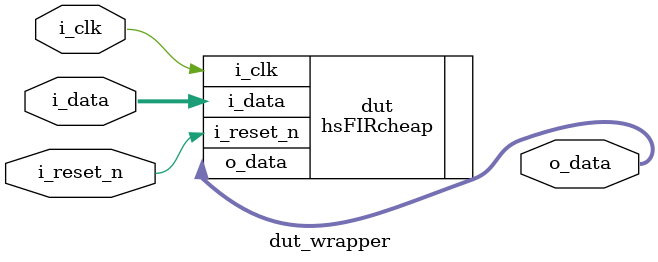
<source format=sv>
`timescale 1ps/1ps

module dut_wrapper(
    input wire i_clk,
    input wire i_reset_n,
    input wire [7:0] i_data,
    output wire [7:0] o_data
);

hsFIRcheap dut (
    .i_clk(i_clk),
    .i_reset_n(i_reset_n),
    .i_data(i_data),
    .o_data(o_data)
);

endmodule
</source>
